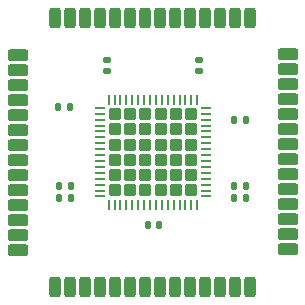
<source format=gbr>
G04 #@! TF.GenerationSoftware,KiCad,Pcbnew,(6.0.8)*
G04 #@! TF.CreationDate,2022-11-09T16:14:19-08:00*
G04 #@! TF.ProjectId,caravel_breakout_QFN,63617261-7665-46c5-9f62-7265616b6f75,rev?*
G04 #@! TF.SameCoordinates,Original*
G04 #@! TF.FileFunction,Paste,Top*
G04 #@! TF.FilePolarity,Positive*
%FSLAX46Y46*%
G04 Gerber Fmt 4.6, Leading zero omitted, Abs format (unit mm)*
G04 Created by KiCad (PCBNEW (6.0.8)) date 2022-11-09 16:14:19*
%MOMM*%
%LPD*%
G01*
G04 APERTURE LIST*
G04 Aperture macros list*
%AMRoundRect*
0 Rectangle with rounded corners*
0 $1 Rounding radius*
0 $2 $3 $4 $5 $6 $7 $8 $9 X,Y pos of 4 corners*
0 Add a 4 corners polygon primitive as box body*
4,1,4,$2,$3,$4,$5,$6,$7,$8,$9,$2,$3,0*
0 Add four circle primitives for the rounded corners*
1,1,$1+$1,$2,$3*
1,1,$1+$1,$4,$5*
1,1,$1+$1,$6,$7*
1,1,$1+$1,$8,$9*
0 Add four rect primitives between the rounded corners*
20,1,$1+$1,$2,$3,$4,$5,0*
20,1,$1+$1,$4,$5,$6,$7,0*
20,1,$1+$1,$6,$7,$8,$9,0*
20,1,$1+$1,$8,$9,$2,$3,0*%
G04 Aperture macros list end*
%ADD10RoundRect,0.140000X-0.140000X-0.170000X0.140000X-0.170000X0.140000X0.170000X-0.140000X0.170000X0*%
%ADD11RoundRect,0.140000X0.170000X-0.140000X0.170000X0.140000X-0.170000X0.140000X-0.170000X-0.140000X0*%
%ADD12RoundRect,0.140000X0.140000X0.170000X-0.140000X0.170000X-0.140000X-0.170000X0.140000X-0.170000X0*%
%ADD13RoundRect,0.250000X-0.250000X0.625000X-0.250000X-0.625000X0.250000X-0.625000X0.250000X0.625000X0*%
%ADD14RoundRect,0.250000X-0.625000X-0.250000X0.625000X-0.250000X0.625000X0.250000X-0.625000X0.250000X0*%
%ADD15RoundRect,0.250000X0.250000X-0.625000X0.250000X0.625000X-0.250000X0.625000X-0.250000X-0.625000X0*%
%ADD16RoundRect,0.250000X0.625000X0.250000X-0.625000X0.250000X-0.625000X-0.250000X0.625000X-0.250000X0*%
%ADD17RoundRect,0.250000X0.265000X-0.265000X0.265000X0.265000X-0.265000X0.265000X-0.265000X-0.265000X0*%
%ADD18RoundRect,0.062500X0.062500X-0.362500X0.062500X0.362500X-0.062500X0.362500X-0.062500X-0.362500X0*%
%ADD19RoundRect,0.062500X0.362500X-0.062500X0.362500X0.062500X-0.362500X0.062500X-0.362500X-0.062500X0*%
G04 APERTURE END LIST*
D10*
X127739200Y-96291400D03*
X128699200Y-96291400D03*
X127637600Y-89662000D03*
X128597600Y-89662000D03*
D11*
X131749800Y-86586000D03*
X131749800Y-85626000D03*
D12*
X143507400Y-97358200D03*
X142547400Y-97358200D03*
X143507400Y-96291400D03*
X142547400Y-96291400D03*
D10*
X142547400Y-90703400D03*
X143507400Y-90703400D03*
D13*
X127381000Y-82052000D03*
X128651000Y-82052000D03*
X129921000Y-82052000D03*
X131191000Y-82052000D03*
X132461000Y-82052000D03*
X133731000Y-82052000D03*
X135001000Y-82052000D03*
X136271000Y-82052000D03*
X137541000Y-82052000D03*
X138811000Y-82052000D03*
X140081000Y-82052000D03*
X141351000Y-82052000D03*
X142621000Y-82052000D03*
X143891000Y-82052000D03*
D14*
X124200000Y-101730000D03*
X124200000Y-100460000D03*
X124200000Y-99190000D03*
X124200000Y-97920000D03*
X124200000Y-96650000D03*
X124200000Y-95380000D03*
X124200000Y-94110000D03*
X124200000Y-92840000D03*
X124200000Y-91570000D03*
X124200000Y-90300000D03*
X124200000Y-89030000D03*
X124200000Y-87760000D03*
X124200000Y-86490000D03*
X124200000Y-85220000D03*
D15*
X143880000Y-104900000D03*
X142610000Y-104900000D03*
X141340000Y-104900000D03*
X140070000Y-104900000D03*
X138800000Y-104900000D03*
X137530000Y-104900000D03*
X136260000Y-104900000D03*
X134990000Y-104900000D03*
X133720000Y-104900000D03*
X132450000Y-104900000D03*
X131180000Y-104900000D03*
X129910000Y-104900000D03*
X128640000Y-104900000D03*
X127370000Y-104900000D03*
D12*
X136166800Y-99618800D03*
X135206800Y-99618800D03*
D16*
X147056000Y-85178600D03*
X147056000Y-86448600D03*
X147056000Y-87718600D03*
X147056000Y-88988600D03*
X147056000Y-90258600D03*
X147056000Y-91528600D03*
X147056000Y-92798600D03*
X147056000Y-94068600D03*
X147056000Y-95338600D03*
X147056000Y-96608600D03*
X147056000Y-97878600D03*
X147056000Y-99148600D03*
X147056000Y-100418600D03*
X147056000Y-101688600D03*
D10*
X127739200Y-97358200D03*
X128699200Y-97358200D03*
D17*
X137581400Y-91526600D03*
X133741400Y-94086600D03*
X132461400Y-92806600D03*
X132461400Y-91526600D03*
X136301400Y-91526600D03*
X138861400Y-96646600D03*
X138861400Y-94086600D03*
X133741400Y-95366600D03*
X136301400Y-96646600D03*
X136301400Y-94086600D03*
X133741400Y-90246600D03*
X135021400Y-90246600D03*
X138861400Y-90246600D03*
X138861400Y-95366600D03*
X137581400Y-94086600D03*
X132461400Y-95366600D03*
X137581400Y-90246600D03*
X136301400Y-92806600D03*
X133741400Y-96646600D03*
X138861400Y-92806600D03*
X135021400Y-92806600D03*
X136301400Y-95366600D03*
X137581400Y-95366600D03*
X135021400Y-94086600D03*
X132461400Y-94086600D03*
X132461400Y-90246600D03*
X138861400Y-91526600D03*
X133741400Y-91526600D03*
X132461400Y-96646600D03*
X137581400Y-96646600D03*
X135021400Y-91526600D03*
X135021400Y-96646600D03*
X136301400Y-90246600D03*
X133741400Y-92806600D03*
X135021400Y-95366600D03*
X137581400Y-92806600D03*
D18*
X131911400Y-97896600D03*
X132411400Y-97896600D03*
X132911400Y-97896600D03*
X133411400Y-97896600D03*
X133911400Y-97896600D03*
X134411400Y-97896600D03*
X134911400Y-97896600D03*
X135411400Y-97896600D03*
X135911400Y-97896600D03*
X136411400Y-97896600D03*
X136911400Y-97896600D03*
X137411400Y-97896600D03*
X137911400Y-97896600D03*
X138411400Y-97896600D03*
X138911400Y-97896600D03*
X139411400Y-97896600D03*
D19*
X140111400Y-97196600D03*
X140111400Y-96696600D03*
X140111400Y-96196600D03*
X140111400Y-95696600D03*
X140111400Y-95196600D03*
X140111400Y-94696600D03*
X140111400Y-94196600D03*
X140111400Y-93696600D03*
X140111400Y-93196600D03*
X140111400Y-92696600D03*
X140111400Y-92196600D03*
X140111400Y-91696600D03*
X140111400Y-91196600D03*
X140111400Y-90696600D03*
X140111400Y-90196600D03*
X140111400Y-89696600D03*
D18*
X139411400Y-88996600D03*
X138911400Y-88996600D03*
X138411400Y-88996600D03*
X137911400Y-88996600D03*
X137411400Y-88996600D03*
X136911400Y-88996600D03*
X136411400Y-88996600D03*
X135911400Y-88996600D03*
X135411400Y-88996600D03*
X134911400Y-88996600D03*
X134411400Y-88996600D03*
X133911400Y-88996600D03*
X133411400Y-88996600D03*
X132911400Y-88996600D03*
X132411400Y-88996600D03*
X131911400Y-88996600D03*
D19*
X131211400Y-89696600D03*
X131211400Y-90196600D03*
X131211400Y-90696600D03*
X131211400Y-91196600D03*
X131211400Y-91696600D03*
X131211400Y-92196600D03*
X131211400Y-92696600D03*
X131211400Y-93196600D03*
X131211400Y-93696600D03*
X131211400Y-94196600D03*
X131211400Y-94696600D03*
X131211400Y-95196600D03*
X131211400Y-95696600D03*
X131211400Y-96196600D03*
X131211400Y-96696600D03*
X131211400Y-97196600D03*
D11*
X139598400Y-86586000D03*
X139598400Y-85626000D03*
M02*

</source>
